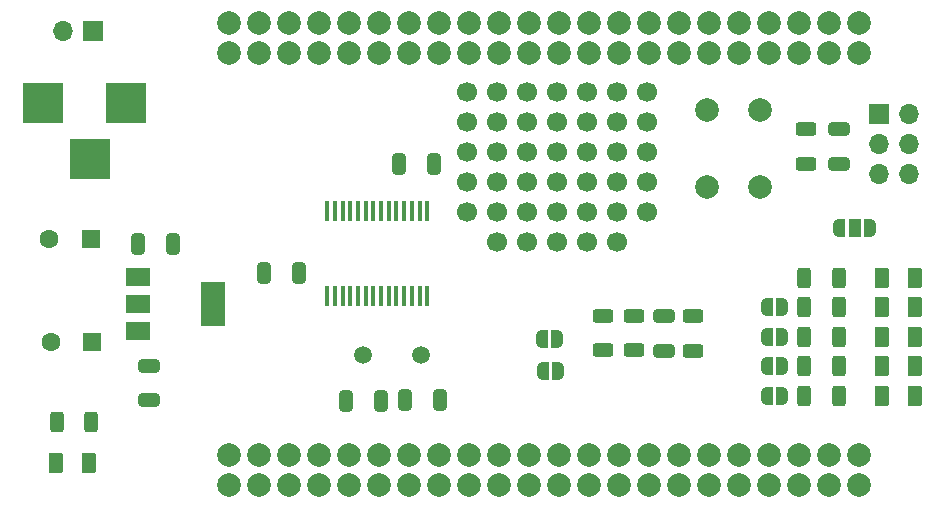
<source format=gts>
G04 #@! TF.GenerationSoftware,KiCad,Pcbnew,(6.0.5)*
G04 #@! TF.CreationDate,2023-02-02T23:15:04-06:00*
G04 #@! TF.ProjectId,PIC18BT_MCE_Board,50494331-3842-4545-9f4d-43455f426f61,rev?*
G04 #@! TF.SameCoordinates,Original*
G04 #@! TF.FileFunction,Soldermask,Top*
G04 #@! TF.FilePolarity,Negative*
%FSLAX46Y46*%
G04 Gerber Fmt 4.6, Leading zero omitted, Abs format (unit mm)*
G04 Created by KiCad (PCBNEW (6.0.5)) date 2023-02-02 23:15:04*
%MOMM*%
%LPD*%
G01*
G04 APERTURE LIST*
G04 Aperture macros list*
%AMRoundRect*
0 Rectangle with rounded corners*
0 $1 Rounding radius*
0 $2 $3 $4 $5 $6 $7 $8 $9 X,Y pos of 4 corners*
0 Add a 4 corners polygon primitive as box body*
4,1,4,$2,$3,$4,$5,$6,$7,$8,$9,$2,$3,0*
0 Add four circle primitives for the rounded corners*
1,1,$1+$1,$2,$3*
1,1,$1+$1,$4,$5*
1,1,$1+$1,$6,$7*
1,1,$1+$1,$8,$9*
0 Add four rect primitives between the rounded corners*
20,1,$1+$1,$2,$3,$4,$5,0*
20,1,$1+$1,$4,$5,$6,$7,0*
20,1,$1+$1,$6,$7,$8,$9,0*
20,1,$1+$1,$8,$9,$2,$3,0*%
%AMFreePoly0*
4,1,22,0.550000,-0.750000,0.000000,-0.750000,0.000000,-0.745033,-0.079941,-0.743568,-0.215256,-0.701293,-0.333266,-0.622738,-0.424486,-0.514219,-0.481581,-0.384460,-0.499164,-0.250000,-0.500000,-0.250000,-0.500000,0.250000,-0.499164,0.250000,-0.499963,0.256109,-0.478152,0.396186,-0.417904,0.524511,-0.324060,0.630769,-0.204165,0.706417,-0.067858,0.745374,0.000000,0.744959,0.000000,0.750000,
0.550000,0.750000,0.550000,-0.750000,0.550000,-0.750000,$1*%
%AMFreePoly1*
4,1,20,0.000000,0.744959,0.073905,0.744508,0.209726,0.703889,0.328688,0.626782,0.421226,0.519385,0.479903,0.390333,0.500000,0.250000,0.500000,-0.250000,0.499851,-0.262216,0.476331,-0.402017,0.414519,-0.529596,0.319384,-0.634700,0.198574,-0.708877,0.061801,-0.746166,0.000000,-0.745033,0.000000,-0.750000,-0.550000,-0.750000,-0.550000,0.750000,0.000000,0.750000,0.000000,0.744959,
0.000000,0.744959,$1*%
%AMFreePoly2*
4,1,22,0.500000,-0.750000,0.000000,-0.750000,0.000000,-0.745033,-0.079941,-0.743568,-0.215256,-0.701293,-0.333266,-0.622738,-0.424486,-0.514219,-0.481581,-0.384460,-0.499164,-0.250000,-0.500000,-0.250000,-0.500000,0.250000,-0.499164,0.250000,-0.499963,0.256109,-0.478152,0.396186,-0.417904,0.524511,-0.324060,0.630769,-0.204165,0.706417,-0.067858,0.745374,0.000000,0.744959,0.000000,0.750000,
0.500000,0.750000,0.500000,-0.750000,0.500000,-0.750000,$1*%
%AMFreePoly3*
4,1,20,0.000000,0.744959,0.073905,0.744508,0.209726,0.703889,0.328688,0.626782,0.421226,0.519385,0.479903,0.390333,0.500000,0.250000,0.500000,-0.250000,0.499851,-0.262216,0.476331,-0.402017,0.414519,-0.529596,0.319384,-0.634700,0.198574,-0.708877,0.061801,-0.746166,0.000000,-0.745033,0.000000,-0.750000,-0.500000,-0.750000,-0.500000,0.750000,0.000000,0.750000,0.000000,0.744959,
0.000000,0.744959,$1*%
G04 Aperture macros list end*
%ADD10RoundRect,0.250000X0.325000X0.650000X-0.325000X0.650000X-0.325000X-0.650000X0.325000X-0.650000X0*%
%ADD11RoundRect,0.250000X-0.625000X0.312500X-0.625000X-0.312500X0.625000X-0.312500X0.625000X0.312500X0*%
%ADD12RoundRect,0.250000X0.312500X0.625000X-0.312500X0.625000X-0.312500X-0.625000X0.312500X-0.625000X0*%
%ADD13FreePoly0,0.000000*%
%ADD14R,1.000000X1.500000*%
%ADD15FreePoly1,0.000000*%
%ADD16RoundRect,0.250000X0.375000X0.625000X-0.375000X0.625000X-0.375000X-0.625000X0.375000X-0.625000X0*%
%ADD17RoundRect,0.250000X0.650000X-0.325000X0.650000X0.325000X-0.650000X0.325000X-0.650000X-0.325000X0*%
%ADD18R,1.600000X1.600000*%
%ADD19C,1.600000*%
%ADD20RoundRect,0.250000X-0.325000X-0.650000X0.325000X-0.650000X0.325000X0.650000X-0.325000X0.650000X0*%
%ADD21C,1.700000*%
%ADD22RoundRect,0.250000X-0.312500X-0.625000X0.312500X-0.625000X0.312500X0.625000X-0.312500X0.625000X0*%
%ADD23R,0.450000X1.750000*%
%ADD24RoundRect,0.250000X-0.650000X0.325000X-0.650000X-0.325000X0.650000X-0.325000X0.650000X0.325000X0*%
%ADD25RoundRect,0.250000X0.625000X-0.312500X0.625000X0.312500X-0.625000X0.312500X-0.625000X-0.312500X0*%
%ADD26FreePoly2,0.000000*%
%ADD27FreePoly3,0.000000*%
%ADD28C,1.500000*%
%ADD29C,2.000000*%
%ADD30R,2.000000X1.500000*%
%ADD31R,2.000000X3.800000*%
%ADD32FreePoly2,180.000000*%
%ADD33FreePoly3,180.000000*%
%ADD34R,3.500000X3.500000*%
%ADD35R,1.700000X1.700000*%
%ADD36O,1.700000X1.700000*%
G04 APERTURE END LIST*
D10*
X129255000Y-96550000D03*
X126305000Y-96550000D03*
D11*
X162640000Y-100257500D03*
X162640000Y-103182500D03*
D12*
X174962500Y-99500000D03*
X172037500Y-99500000D03*
D13*
X175020000Y-92750000D03*
D14*
X176320000Y-92750000D03*
D15*
X177620000Y-92750000D03*
D16*
X181400000Y-99500000D03*
X178600000Y-99500000D03*
X111500000Y-112700000D03*
X108700000Y-112700000D03*
D17*
X160190000Y-103155000D03*
X160190000Y-100205000D03*
D18*
X111752651Y-102400000D03*
D19*
X108252651Y-102400000D03*
D20*
X138245000Y-107370000D03*
X141195000Y-107370000D03*
D21*
X143510000Y-88900000D03*
X143510000Y-86360000D03*
X151130000Y-91440000D03*
X143510000Y-83820000D03*
D22*
X108737500Y-109200000D03*
X111662500Y-109200000D03*
D21*
X151130000Y-88900000D03*
X151130000Y-83820000D03*
X151130000Y-93980000D03*
D23*
X131665000Y-98530000D03*
X132315000Y-98530000D03*
X132965000Y-98530000D03*
X133615000Y-98530000D03*
X134265000Y-98530000D03*
X134915000Y-98530000D03*
X135565000Y-98530000D03*
X136215000Y-98530000D03*
X136865000Y-98530000D03*
X137515000Y-98530000D03*
X138165000Y-98530000D03*
X138815000Y-98530000D03*
X139465000Y-98530000D03*
X140115000Y-98530000D03*
X140115000Y-91330000D03*
X139465000Y-91330000D03*
X138815000Y-91330000D03*
X138165000Y-91330000D03*
X137515000Y-91330000D03*
X136865000Y-91330000D03*
X136215000Y-91330000D03*
X135565000Y-91330000D03*
X134915000Y-91330000D03*
X134265000Y-91330000D03*
X133615000Y-91330000D03*
X132965000Y-91330000D03*
X132315000Y-91330000D03*
X131665000Y-91330000D03*
D21*
X156210000Y-88900000D03*
D24*
X174940000Y-84385000D03*
X174940000Y-87335000D03*
X116600000Y-104425000D03*
X116600000Y-107375000D03*
D21*
X153670000Y-93980000D03*
D16*
X181400000Y-104500000D03*
X178600000Y-104500000D03*
D21*
X158750000Y-88900000D03*
D16*
X181400000Y-107000000D03*
X178600000Y-107000000D03*
D21*
X146050000Y-91440000D03*
X148590000Y-81280000D03*
D25*
X172170000Y-87322500D03*
X172170000Y-84397500D03*
D21*
X158750000Y-86360000D03*
X151130000Y-86360000D03*
D16*
X181400000Y-97000000D03*
X178600000Y-97000000D03*
D26*
X168850000Y-104500000D03*
D27*
X170150000Y-104500000D03*
D28*
X139590000Y-103540000D03*
X134690000Y-103540000D03*
D21*
X153665328Y-83805986D03*
X158750000Y-83820000D03*
X146050000Y-83820000D03*
X143510000Y-81280000D03*
X146050000Y-88900000D03*
X148590000Y-88900000D03*
X151130000Y-81280000D03*
D26*
X168850000Y-99500000D03*
D27*
X170150000Y-99500000D03*
D12*
X174962500Y-107000000D03*
X172037500Y-107000000D03*
D25*
X157590000Y-103142500D03*
X157590000Y-100217500D03*
D21*
X153665328Y-91425986D03*
D29*
X123330000Y-112000000D03*
X123330000Y-114540000D03*
X125870000Y-112000000D03*
X125870000Y-114540000D03*
X128410000Y-112000000D03*
X128410000Y-114540000D03*
X130950000Y-114540000D03*
X130950000Y-112000000D03*
X133490000Y-112000000D03*
X133490000Y-114540000D03*
X136030000Y-114540000D03*
X136030000Y-112000000D03*
X138570000Y-112000000D03*
X138570000Y-114540000D03*
X141110000Y-114540000D03*
X141110000Y-112000000D03*
X143650000Y-114540000D03*
X143650000Y-112000000D03*
X146190000Y-112000000D03*
X146190000Y-114540000D03*
X148730000Y-112000000D03*
X148730000Y-114540000D03*
X151270000Y-112000000D03*
X151270000Y-114540000D03*
X153810000Y-114540000D03*
X153810000Y-112000000D03*
X156350000Y-112000000D03*
X156350000Y-114540000D03*
X158890000Y-114540000D03*
X158890000Y-112000000D03*
X161430000Y-112000000D03*
X161430000Y-114540000D03*
X163970000Y-114540000D03*
X163970000Y-112000000D03*
X166510000Y-114540000D03*
X166510000Y-112000000D03*
X169050000Y-112000000D03*
X169050000Y-114540000D03*
X171590000Y-112000000D03*
X171590000Y-114540000D03*
X174130000Y-112000000D03*
X174130000Y-114540000D03*
X176670000Y-112000000D03*
X176670000Y-114540000D03*
X176670000Y-75460000D03*
X176670000Y-78000000D03*
X174130000Y-78000000D03*
X174130000Y-75460000D03*
X171590000Y-75460000D03*
X171590000Y-78000000D03*
X169050000Y-78000000D03*
X169050000Y-75460000D03*
X166510000Y-75460000D03*
X166510000Y-78000000D03*
X163970000Y-78000000D03*
X163970000Y-75460000D03*
X161430000Y-78000000D03*
X161430000Y-75460000D03*
X158890000Y-75460000D03*
X158890000Y-78000000D03*
X156350000Y-75460000D03*
X156350000Y-78000000D03*
X153810000Y-78000000D03*
X153810000Y-75460000D03*
X151270000Y-75460000D03*
X151270000Y-78000000D03*
X148730000Y-75460000D03*
X148730000Y-78000000D03*
X146190000Y-75460000D03*
X146190000Y-78000000D03*
X143650000Y-78000000D03*
X143650000Y-75460000D03*
X141110000Y-75460000D03*
X141110000Y-78000000D03*
X138570000Y-75460000D03*
X138570000Y-78000000D03*
X136030000Y-78000000D03*
X136030000Y-75460000D03*
X133490000Y-78000000D03*
X133490000Y-75460000D03*
X130950000Y-78000000D03*
X130950000Y-75460000D03*
X128410000Y-78000000D03*
X128410000Y-75460000D03*
X125870000Y-75460000D03*
X125870000Y-78000000D03*
X123330000Y-78000000D03*
X123330000Y-75460000D03*
D18*
X111634651Y-93726000D03*
D19*
X108134651Y-93726000D03*
D21*
X158750000Y-81280000D03*
X156210000Y-86360000D03*
D20*
X137745000Y-87390000D03*
X140695000Y-87390000D03*
D30*
X115650000Y-96900000D03*
X115650000Y-99200000D03*
X115650000Y-101500000D03*
D31*
X121950000Y-99200000D03*
D22*
X172037500Y-97000000D03*
X174962500Y-97000000D03*
D25*
X155020000Y-103132500D03*
X155020000Y-100207500D03*
D21*
X148590000Y-83820000D03*
X156210000Y-93980000D03*
X156210000Y-91440000D03*
D32*
X151140000Y-102210000D03*
D33*
X149840000Y-102210000D03*
D26*
X168850000Y-107000000D03*
D27*
X170150000Y-107000000D03*
D12*
X174962500Y-102000000D03*
X172037500Y-102000000D03*
D21*
X146050000Y-93980000D03*
X153665328Y-86345986D03*
D20*
X115655000Y-94160000D03*
X118605000Y-94160000D03*
D34*
X114600000Y-82200000D03*
X107600000Y-82200000D03*
X111600000Y-86900000D03*
D26*
X168850000Y-102000000D03*
D27*
X170150000Y-102000000D03*
D21*
X146050000Y-81280000D03*
X148590000Y-91440000D03*
X153670000Y-81280000D03*
X143510000Y-91440000D03*
X156210000Y-81280000D03*
D29*
X163800000Y-82775000D03*
X163800000Y-89275000D03*
X168300000Y-89275000D03*
X168300000Y-82775000D03*
D21*
X148590000Y-86360000D03*
X153665328Y-88885986D03*
D35*
X111835000Y-76120000D03*
D36*
X109295000Y-76120000D03*
D16*
X181400000Y-102000000D03*
X178600000Y-102000000D03*
D21*
X148590000Y-93980000D03*
X158750000Y-91440000D03*
X146050000Y-86360000D03*
X156210000Y-83820000D03*
D10*
X136225000Y-107390000D03*
X133275000Y-107390000D03*
D12*
X174962500Y-104500000D03*
X172037500Y-104500000D03*
D32*
X151190000Y-104900000D03*
D33*
X149890000Y-104900000D03*
D35*
X178370000Y-83120000D03*
D36*
X180910000Y-83120000D03*
X178370000Y-85660000D03*
X180910000Y-85660000D03*
X178370000Y-88200000D03*
X180910000Y-88200000D03*
M02*

</source>
